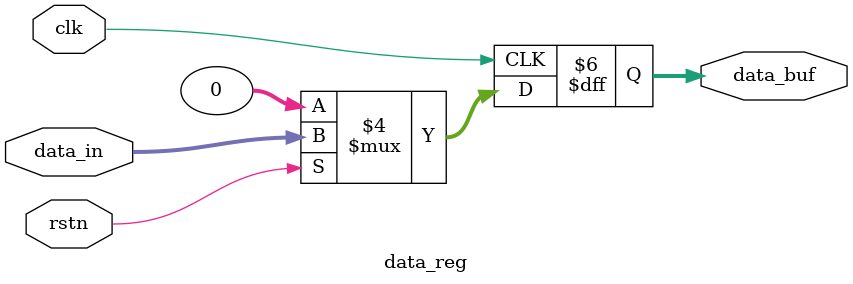
<source format=v>
module data_reg (
  input clk,
  input rstn,
  
  input [31:0] data_in,
  output reg [31:0] data_buf
);

always @ (posedge clk) begin
  if (!rstn) data_buf <= 32'b0;
  else data_buf <= data_in;
end

endmodule

</source>
